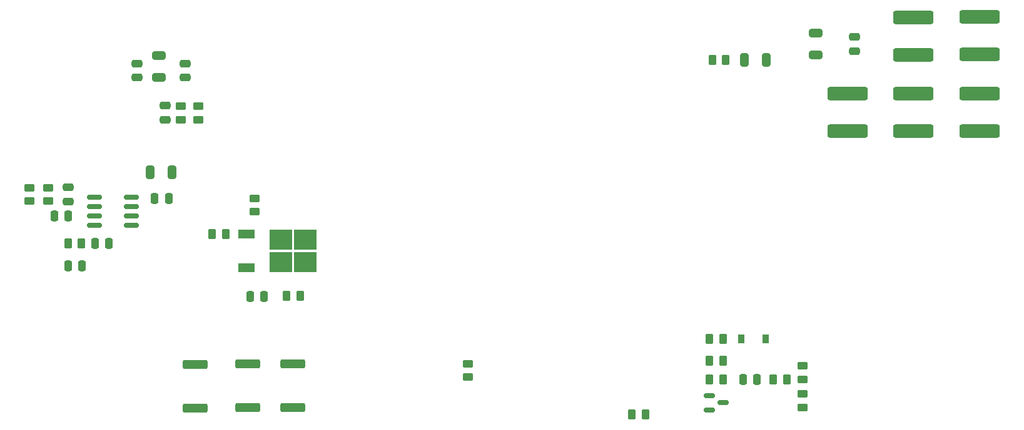
<source format=gbr>
%TF.GenerationSoftware,KiCad,Pcbnew,(6.0.10)*%
%TF.CreationDate,2023-06-11T20:59:40+03:00*%
%TF.ProjectId,flyback,666c7962-6163-46b2-9e6b-696361645f70,rev?*%
%TF.SameCoordinates,Original*%
%TF.FileFunction,Paste,Top*%
%TF.FilePolarity,Positive*%
%FSLAX46Y46*%
G04 Gerber Fmt 4.6, Leading zero omitted, Abs format (unit mm)*
G04 Created by KiCad (PCBNEW (6.0.10)) date 2023-06-11 20:59:40*
%MOMM*%
%LPD*%
G01*
G04 APERTURE LIST*
G04 Aperture macros list*
%AMRoundRect*
0 Rectangle with rounded corners*
0 $1 Rounding radius*
0 $2 $3 $4 $5 $6 $7 $8 $9 X,Y pos of 4 corners*
0 Add a 4 corners polygon primitive as box body*
4,1,4,$2,$3,$4,$5,$6,$7,$8,$9,$2,$3,0*
0 Add four circle primitives for the rounded corners*
1,1,$1+$1,$2,$3*
1,1,$1+$1,$4,$5*
1,1,$1+$1,$6,$7*
1,1,$1+$1,$8,$9*
0 Add four rect primitives between the rounded corners*
20,1,$1+$1,$2,$3,$4,$5,0*
20,1,$1+$1,$4,$5,$6,$7,0*
20,1,$1+$1,$6,$7,$8,$9,0*
20,1,$1+$1,$8,$9,$2,$3,0*%
G04 Aperture macros list end*
%ADD10RoundRect,0.250000X-2.450000X0.650000X-2.450000X-0.650000X2.450000X-0.650000X2.450000X0.650000X0*%
%ADD11RoundRect,0.250000X-0.325000X-0.650000X0.325000X-0.650000X0.325000X0.650000X-0.325000X0.650000X0*%
%ADD12RoundRect,0.250000X-0.250000X-0.475000X0.250000X-0.475000X0.250000X0.475000X-0.250000X0.475000X0*%
%ADD13RoundRect,0.250000X-0.650000X0.325000X-0.650000X-0.325000X0.650000X-0.325000X0.650000X0.325000X0*%
%ADD14RoundRect,0.250000X-0.450000X0.262500X-0.450000X-0.262500X0.450000X-0.262500X0.450000X0.262500X0*%
%ADD15RoundRect,0.250000X0.475000X-0.250000X0.475000X0.250000X-0.475000X0.250000X-0.475000X-0.250000X0*%
%ADD16RoundRect,0.250000X0.250000X0.475000X-0.250000X0.475000X-0.250000X-0.475000X0.250000X-0.475000X0*%
%ADD17RoundRect,0.250000X-0.475000X0.250000X-0.475000X-0.250000X0.475000X-0.250000X0.475000X0.250000X0*%
%ADD18RoundRect,0.250000X0.325000X0.650000X-0.325000X0.650000X-0.325000X-0.650000X0.325000X-0.650000X0*%
%ADD19RoundRect,0.250000X0.262500X0.450000X-0.262500X0.450000X-0.262500X-0.450000X0.262500X-0.450000X0*%
%ADD20RoundRect,0.150000X-0.825000X-0.150000X0.825000X-0.150000X0.825000X0.150000X-0.825000X0.150000X0*%
%ADD21RoundRect,0.250000X2.450000X-0.650000X2.450000X0.650000X-2.450000X0.650000X-2.450000X-0.650000X0*%
%ADD22RoundRect,0.250000X-1.425000X0.362500X-1.425000X-0.362500X1.425000X-0.362500X1.425000X0.362500X0*%
%ADD23R,0.900000X1.200000*%
%ADD24RoundRect,0.250000X0.450000X-0.262500X0.450000X0.262500X-0.450000X0.262500X-0.450000X-0.262500X0*%
%ADD25RoundRect,0.250000X-0.262500X-0.450000X0.262500X-0.450000X0.262500X0.450000X-0.262500X0.450000X0*%
%ADD26RoundRect,0.150000X-0.587500X-0.150000X0.587500X-0.150000X0.587500X0.150000X-0.587500X0.150000X0*%
%ADD27R,3.050000X2.750000*%
%ADD28R,2.200000X1.200000*%
G04 APERTURE END LIST*
D10*
%TO.C,C13*%
X220853000Y-65395000D03*
X220853000Y-70495000D03*
%TD*%
D11*
%TO.C,C12*%
X198042000Y-71120000D03*
X200992000Y-71120000D03*
%TD*%
D12*
%TO.C,C3*%
X110097250Y-95993000D03*
X111997250Y-95993000D03*
%TD*%
D13*
%TO.C,C8*%
X118795800Y-70584800D03*
X118795800Y-73534800D03*
%TD*%
D14*
%TO.C,R6*%
X131699000Y-89891500D03*
X131699000Y-91716500D03*
%TD*%
%TO.C,R4*%
X121691400Y-77421100D03*
X121691400Y-79246100D03*
%TD*%
D15*
%TO.C,C2*%
X106459000Y-90339000D03*
X106459000Y-88439000D03*
%TD*%
D14*
%TO.C,R5*%
X124129800Y-77421100D03*
X124129800Y-79246100D03*
%TD*%
D16*
%TO.C,C5*%
X120101400Y-89916000D03*
X118201400Y-89916000D03*
%TD*%
D17*
%TO.C,C4*%
X115773200Y-71643200D03*
X115773200Y-73543200D03*
%TD*%
D18*
%TO.C,C7*%
X120499400Y-86385400D03*
X117549400Y-86385400D03*
%TD*%
D17*
%TO.C,C19*%
X212877400Y-68036400D03*
X212877400Y-69936400D03*
%TD*%
%TO.C,C10*%
X119608600Y-77358200D03*
X119608600Y-79258200D03*
%TD*%
D19*
%TO.C,R16*%
X195120900Y-111912400D03*
X193295900Y-111912400D03*
%TD*%
D20*
%TO.C,U1*%
X110072400Y-89789000D03*
X110072400Y-91059000D03*
X110072400Y-92329000D03*
X110072400Y-93599000D03*
X115022400Y-93599000D03*
X115022400Y-92329000D03*
X115022400Y-91059000D03*
X115022400Y-89789000D03*
%TD*%
D19*
%TO.C,R10*%
X137859100Y-103124000D03*
X136034100Y-103124000D03*
%TD*%
D14*
%TO.C,R1*%
X101252000Y-88476500D03*
X101252000Y-90301500D03*
%TD*%
%TO.C,R19*%
X205867000Y-116435500D03*
X205867000Y-118260500D03*
%TD*%
D21*
%TO.C,C15*%
X211963000Y-80782000D03*
X211963000Y-75682000D03*
%TD*%
D19*
%TO.C,R13*%
X184603400Y-119253000D03*
X182778400Y-119253000D03*
%TD*%
D22*
%TO.C,R9*%
X136880600Y-112328100D03*
X136880600Y-118253100D03*
%TD*%
D23*
%TO.C,D3*%
X197587600Y-108991400D03*
X200887600Y-108991400D03*
%TD*%
D24*
%TO.C,R11*%
X160578800Y-114171100D03*
X160578800Y-112346100D03*
%TD*%
D25*
%TO.C,R20*%
X125985900Y-94767400D03*
X127810900Y-94767400D03*
%TD*%
D13*
%TO.C,C20*%
X207645000Y-67486000D03*
X207645000Y-70436000D03*
%TD*%
D25*
%TO.C,R15*%
X193295900Y-108991400D03*
X195120900Y-108991400D03*
%TD*%
D26*
%TO.C,U3*%
X193269000Y-116702800D03*
X193269000Y-118602800D03*
X195144000Y-117652800D03*
%TD*%
D12*
%TO.C,C14*%
X197805000Y-114477800D03*
X199705000Y-114477800D03*
%TD*%
D25*
%TO.C,R12*%
X193651500Y-71120000D03*
X195476500Y-71120000D03*
%TD*%
D22*
%TO.C,R8*%
X123672600Y-112455100D03*
X123672600Y-118380100D03*
%TD*%
D27*
%TO.C,Q1*%
X138598200Y-95528400D03*
X135248200Y-95528400D03*
X138598200Y-98578400D03*
X135248200Y-98578400D03*
D28*
X130623200Y-94773400D03*
X130623200Y-99333400D03*
%TD*%
D17*
%TO.C,C6*%
X122326400Y-71643200D03*
X122326400Y-73543200D03*
%TD*%
D25*
%TO.C,R17*%
X201906500Y-114477800D03*
X203731500Y-114477800D03*
%TD*%
D14*
%TO.C,R18*%
X205841600Y-112650900D03*
X205841600Y-114475900D03*
%TD*%
D21*
%TO.C,C17*%
X229870000Y-80782000D03*
X229870000Y-75682000D03*
%TD*%
D12*
%TO.C,C11*%
X131079200Y-103200200D03*
X132979200Y-103200200D03*
%TD*%
D25*
%TO.C,R3*%
X106451750Y-95993000D03*
X108276750Y-95993000D03*
%TD*%
D12*
%TO.C,C9*%
X104620000Y-92310000D03*
X106520000Y-92310000D03*
%TD*%
D10*
%TO.C,C16*%
X229870000Y-65268000D03*
X229870000Y-70368000D03*
%TD*%
D24*
%TO.C,R2*%
X103792000Y-90301500D03*
X103792000Y-88476500D03*
%TD*%
D22*
%TO.C,R7*%
X130759200Y-112353500D03*
X130759200Y-118278500D03*
%TD*%
D25*
%TO.C,R14*%
X193270500Y-114477800D03*
X195095500Y-114477800D03*
%TD*%
D21*
%TO.C,C18*%
X220853000Y-80782000D03*
X220853000Y-75682000D03*
%TD*%
D12*
%TO.C,C1*%
X106459000Y-99041000D03*
X108359000Y-99041000D03*
%TD*%
M02*

</source>
